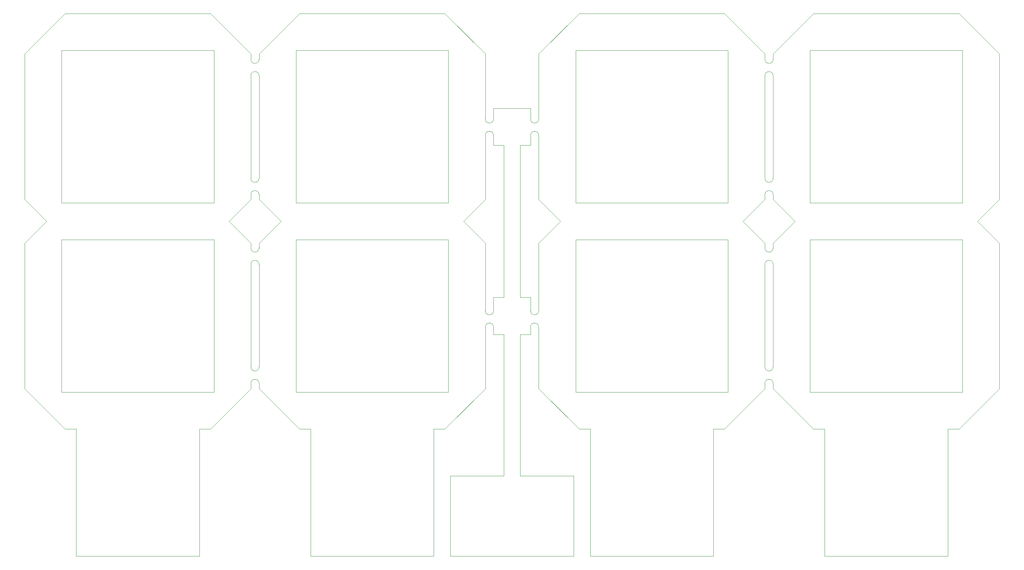
<source format=gbr>
%TF.GenerationSoftware,KiCad,Pcbnew,(6.0.4)*%
%TF.CreationDate,2022-05-27T18:55:53+02:00*%
%TF.ProjectId,Four segments and colon,466f7572-2073-4656-976d-656e74732061,rev?*%
%TF.SameCoordinates,Original*%
%TF.FileFunction,Profile,NP*%
%FSLAX46Y46*%
G04 Gerber Fmt 4.6, Leading zero omitted, Abs format (unit mm)*
G04 Created by KiCad (PCBNEW (6.0.4)) date 2022-05-27 18:55:53*
%MOMM*%
%LPD*%
G01*
G04 APERTURE LIST*
%TA.AperFunction,Profile*%
%ADD10C,0.100000*%
%TD*%
%TA.AperFunction,Profile*%
%ADD11C,0.050000*%
%TD*%
G04 APERTURE END LIST*
D10*
X120577085Y-62850000D02*
X83445715Y-62850000D01*
X79794243Y-67350000D02*
X74445715Y-62001472D01*
X17314315Y-62001472D02*
X17314315Y-26567157D01*
X244988242Y-117981371D02*
X254836770Y-108132843D01*
X121077001Y-129381371D02*
X121077001Y-148981371D01*
X124228557Y-67350000D02*
X129577085Y-72698528D01*
X63445685Y-108981371D02*
X26314315Y-108981371D01*
D11*
X72445700Y-60850000D02*
X72445685Y-62001472D01*
D10*
X83445715Y-71850000D02*
X83445715Y-108981371D01*
X192356842Y-67350000D02*
X197705370Y-72698528D01*
X205053928Y-67350000D02*
X199705400Y-62001472D01*
X249488242Y-67350000D02*
X254836770Y-72698528D01*
X134077000Y-85915685D02*
X131577000Y-85915685D01*
X121077001Y-129381371D02*
X134077000Y-129381371D01*
X140577001Y-94915685D02*
X138077001Y-94915685D01*
X188705370Y-25718629D02*
X151574000Y-25718629D01*
X147922528Y-67350000D02*
X142574000Y-72698528D01*
D11*
X131575000Y-93138000D02*
X131577000Y-94915686D01*
D10*
X129577085Y-26567157D02*
X119728557Y-16718629D01*
D11*
X199705400Y-62001472D02*
X199705385Y-60850000D01*
D10*
X121077001Y-148981371D02*
X151077001Y-148981371D01*
X27162843Y-16718629D02*
X62597157Y-16718629D01*
D11*
X140577001Y-94915685D02*
X140575000Y-93138000D01*
D10*
X84294243Y-16718629D02*
X119728557Y-16718629D01*
X151077001Y-129381371D02*
X151077001Y-148981371D01*
X245836770Y-71850000D02*
X208705400Y-71850000D01*
X209553928Y-16718629D02*
X199705400Y-26567157D01*
D11*
X140577001Y-48784315D02*
X140577000Y-46400000D01*
D10*
X59880000Y-148981371D02*
X59880000Y-117981371D01*
X205053928Y-67350000D02*
X199705400Y-72698528D01*
D11*
X142574000Y-26567157D02*
X142577000Y-42400000D01*
D10*
X199705400Y-108132843D02*
X209553928Y-117981371D01*
X22662843Y-67350000D02*
X17314315Y-72698528D01*
D11*
X254836685Y-42400000D02*
X254836770Y-26567157D01*
X142574000Y-62001472D02*
X142577000Y-46400000D01*
D10*
X151574000Y-62850000D02*
X151574000Y-25718629D01*
D11*
X72445685Y-26567157D02*
X72445700Y-27850000D01*
X254834685Y-89138000D02*
X254836770Y-72698528D01*
X72445700Y-77850000D02*
X72445700Y-102850000D01*
X140577001Y-85915685D02*
X140575000Y-89138000D01*
X131577000Y-46400000D02*
X131577000Y-48784315D01*
D10*
X74445715Y-108132843D02*
X84294243Y-117981371D01*
X151077001Y-129381371D02*
X138077001Y-129381371D01*
X120577085Y-71850000D02*
X83445715Y-71850000D01*
X140577001Y-39784315D02*
X131577000Y-39784315D01*
X134077000Y-129381371D02*
X134077000Y-94915686D01*
X84294243Y-117981371D02*
X87011400Y-117981371D01*
X63445685Y-71850000D02*
X63445685Y-108981371D01*
X63445685Y-62850000D02*
X63445685Y-25718629D01*
X27162843Y-117981371D02*
X29880000Y-117981371D01*
X134077000Y-48784315D02*
X131577000Y-48784315D01*
X212271085Y-148981371D02*
X212271085Y-117981371D01*
X245836770Y-108981371D02*
X208705400Y-108981371D01*
D11*
X74445715Y-108132843D02*
X74445700Y-106850000D01*
D10*
X140577001Y-48784315D02*
X138077001Y-48784315D01*
X22662843Y-67350000D02*
X17314315Y-62001472D01*
D11*
X129577000Y-42400000D02*
X129577085Y-26567157D01*
D10*
X117011400Y-117981371D02*
X119728557Y-117981371D01*
D11*
X131577000Y-42400000D02*
X131577000Y-39784315D01*
D10*
X188705370Y-71850000D02*
X151574000Y-71850000D01*
D11*
X254834685Y-89138000D02*
X254834685Y-93138000D01*
D10*
X151574000Y-71850000D02*
X151574000Y-108981371D01*
X155139685Y-148981371D02*
X155139685Y-117981371D01*
X152422528Y-16718629D02*
X142574000Y-26567157D01*
X245836770Y-62850000D02*
X208705400Y-62850000D01*
D11*
X142574000Y-72698528D02*
X142575000Y-89138000D01*
X74445700Y-27850000D02*
X74445715Y-26567157D01*
D10*
X124228557Y-67350000D02*
X129577085Y-62001472D01*
X84294243Y-16718629D02*
X74445715Y-26567157D01*
D11*
X254836685Y-42400000D02*
X254836685Y-46400000D01*
D10*
X245836770Y-62850000D02*
X245836770Y-25718629D01*
X29880000Y-148981371D02*
X59880000Y-148981371D01*
X188705370Y-71850000D02*
X188705370Y-108981371D01*
X83445715Y-62850000D02*
X83445715Y-25718629D01*
X242271085Y-148981371D02*
X242271085Y-117981371D01*
D11*
X131577000Y-85915685D02*
X131575000Y-89138000D01*
D10*
X155139685Y-148981371D02*
X185139685Y-148981371D01*
X27162843Y-16718629D02*
X17314315Y-26567157D01*
X208705400Y-71850000D02*
X208705400Y-108981371D01*
D11*
X140577001Y-39784315D02*
X140577000Y-42400000D01*
D10*
X249488242Y-67350000D02*
X254836770Y-62001472D01*
X187856842Y-117981371D02*
X197705370Y-108132843D01*
X134077000Y-94915686D02*
X131577000Y-94915686D01*
X67097157Y-67350000D02*
X72445685Y-62001472D01*
D11*
X74445715Y-62001472D02*
X74445700Y-60850000D01*
D10*
X188705370Y-62850000D02*
X151574000Y-62850000D01*
X63445685Y-25718629D02*
X26314315Y-25718629D01*
X185139685Y-148981371D02*
X185139685Y-117981371D01*
X212271085Y-148981371D02*
X242271085Y-148981371D01*
D11*
X254836770Y-108132843D02*
X254834685Y-93138000D01*
X74445700Y-102850000D02*
X74445700Y-77850000D01*
X197705385Y-77850000D02*
X197705385Y-102850000D01*
D10*
X29880000Y-148981371D02*
X29880000Y-117981371D01*
D11*
X74445715Y-72698528D02*
X74445700Y-73850000D01*
D10*
X188705370Y-108981371D02*
X151574000Y-108981371D01*
D11*
X199705385Y-27850000D02*
X199705400Y-26567157D01*
X197705370Y-108132843D02*
X197705385Y-106850000D01*
D10*
X245836770Y-25718629D02*
X208705400Y-25718629D01*
X62597157Y-117981371D02*
X72445685Y-108132843D01*
X138077001Y-129381371D02*
X138077001Y-94915685D01*
X117011400Y-148981371D02*
X117011400Y-117981371D01*
X26314315Y-71850000D02*
X26314315Y-108981371D01*
D11*
X199705400Y-72698528D02*
X199705385Y-73850000D01*
X199705385Y-102850000D02*
X199705385Y-77850000D01*
D10*
X87011400Y-148981371D02*
X117011400Y-148981371D01*
D11*
X199705400Y-108132843D02*
X199705385Y-106850000D01*
X197705370Y-26567157D02*
X197705385Y-27850000D01*
X197705385Y-60850000D02*
X197705370Y-62001472D01*
X197705370Y-72698528D02*
X197705385Y-73850000D01*
D10*
X209553928Y-16718629D02*
X244988242Y-16718629D01*
X142574000Y-108132843D02*
X152422528Y-117981371D01*
D11*
X197705385Y-56850000D02*
X197705385Y-31850000D01*
X254836770Y-62001472D02*
X254836685Y-46400000D01*
D10*
X120577085Y-71850000D02*
X120577085Y-108981371D01*
D11*
X72445700Y-56850000D02*
X72445700Y-31850000D01*
D10*
X208705400Y-62850000D02*
X208705400Y-25718629D01*
X147922528Y-67350000D02*
X142574000Y-62001472D01*
X152422528Y-117981371D02*
X155139685Y-117981371D01*
X188705370Y-62850000D02*
X188705370Y-25718629D01*
X120577085Y-62850000D02*
X120577085Y-25718629D01*
X26314315Y-62850000D02*
X26314315Y-25718629D01*
D11*
X142574000Y-108132843D02*
X142575000Y-93138000D01*
D10*
X63445685Y-62850000D02*
X26314315Y-62850000D01*
X72445685Y-26567157D02*
X62597157Y-16718629D01*
X17314315Y-108132843D02*
X27162843Y-117981371D01*
X209553928Y-117981371D02*
X212271085Y-117981371D01*
D11*
X129577085Y-62001472D02*
X129577000Y-46400000D01*
D10*
X242271085Y-117981371D02*
X244988242Y-117981371D01*
X119728557Y-117981371D02*
X129577085Y-108132843D01*
X138077001Y-48784315D02*
X138077001Y-85915685D01*
X87011400Y-148981371D02*
X87011400Y-117981371D01*
D11*
X72445685Y-72698528D02*
X72445700Y-73850000D01*
X72445685Y-108132843D02*
X72445700Y-106850000D01*
D10*
X59880000Y-117981371D02*
X62597157Y-117981371D01*
D11*
X74445700Y-31850000D02*
X74445700Y-56850000D01*
D10*
X63445685Y-71850000D02*
X26314315Y-71850000D01*
X120577085Y-108981371D02*
X83445715Y-108981371D01*
X17314315Y-72698528D02*
X17314315Y-108132843D01*
D11*
X199705385Y-31850000D02*
X199705385Y-56850000D01*
D10*
X254836770Y-26567157D02*
X244988242Y-16718629D01*
X134077000Y-48784315D02*
X134077000Y-85915685D01*
D11*
X129577085Y-108132843D02*
X129575000Y-93138000D01*
D10*
X192356842Y-67350000D02*
X197705370Y-62001472D01*
X197705370Y-26567157D02*
X187856842Y-16718629D01*
D11*
X129575000Y-89138000D02*
X129577085Y-72698528D01*
D10*
X185139685Y-117981371D02*
X187856842Y-117981371D01*
X245836770Y-71850000D02*
X245836770Y-108981371D01*
X140577001Y-85915685D02*
X138077001Y-85915685D01*
X152422528Y-16718629D02*
X187856842Y-16718629D01*
X67097157Y-67350000D02*
X72445685Y-72698528D01*
X79794243Y-67350000D02*
X74445715Y-72698528D01*
X120577085Y-25718629D02*
X83445715Y-25718629D01*
%TO.C,mouse-bite-2mm-slot*%
X72445700Y-102850000D02*
G75*
G03*
X74445700Y-102850000I1000000J0D01*
G01*
X74445700Y-106850000D02*
G75*
G03*
X72445700Y-106850000I-1000000J0D01*
G01*
X129577000Y-42400000D02*
G75*
G03*
X131577000Y-42400000I1000000J0D01*
G01*
X131577000Y-46400000D02*
G75*
G03*
X129577000Y-46400000I-1000000J0D01*
G01*
X197705385Y-73850000D02*
G75*
G03*
X199705385Y-73850000I1000000J0D01*
G01*
X199705385Y-77850000D02*
G75*
G03*
X197705385Y-77850000I-1000000J0D01*
G01*
X72445700Y-56850000D02*
G75*
G03*
X74445700Y-56850000I1000000J0D01*
G01*
X74445700Y-60850000D02*
G75*
G03*
X72445700Y-60850000I-1000000J0D01*
G01*
X199705385Y-106850000D02*
G75*
G03*
X197705385Y-106850000I-1000000J0D01*
G01*
X197705385Y-102850000D02*
G75*
G03*
X199705385Y-102850000I1000000J0D01*
G01*
X197705385Y-27850000D02*
G75*
G03*
X199705385Y-27850000I1000000J0D01*
G01*
X199705385Y-31850000D02*
G75*
G03*
X197705385Y-31850000I-1000000J0D01*
G01*
X74445700Y-77850000D02*
G75*
G03*
X72445700Y-77850000I-1000000J0D01*
G01*
X72445700Y-73850000D02*
G75*
G03*
X74445700Y-73850000I1000000J0D01*
G01*
X72445700Y-27850000D02*
G75*
G03*
X74445700Y-27850000I1000000J0D01*
G01*
X74445700Y-31850000D02*
G75*
G03*
X72445700Y-31850000I-1000000J0D01*
G01*
X131575000Y-93138000D02*
G75*
G03*
X129575000Y-93138000I-1000000J0D01*
G01*
X129575000Y-89138000D02*
G75*
G03*
X131575000Y-89138000I1000000J0D01*
G01*
X142575000Y-93138000D02*
G75*
G03*
X140575000Y-93138000I-1000000J0D01*
G01*
X140575000Y-89138000D02*
G75*
G03*
X142575000Y-89138000I1000000J0D01*
G01*
X140577000Y-42400000D02*
G75*
G03*
X142577000Y-42400000I1000000J0D01*
G01*
X142577000Y-46400000D02*
G75*
G03*
X140577000Y-46400000I-1000000J0D01*
G01*
X199705385Y-60850000D02*
G75*
G03*
X197705385Y-60850000I-1000000J0D01*
G01*
X197705385Y-56850000D02*
G75*
G03*
X199705385Y-56850000I1000000J0D01*
G01*
%TD*%
M02*

</source>
